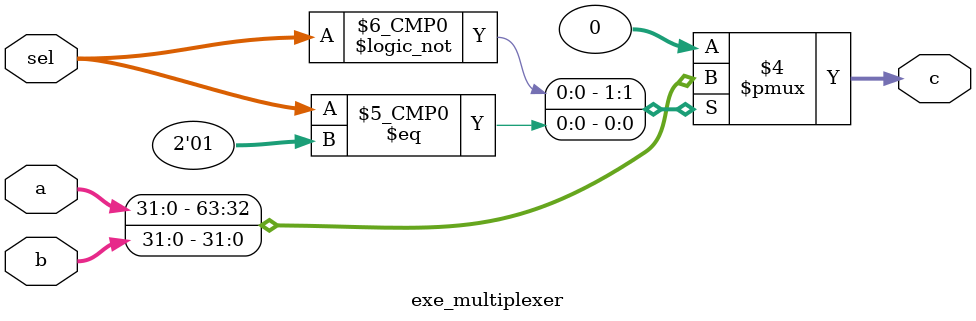
<source format=v>


module exe_multiplexer(
    input [31:0] a,
    input [31:0] b,
    input [1:0] sel,
    output reg [31:0] c 
    );
    always @(*) begin
        case(sel)
        2'b00:c=a;
        2'b01:c=b;
        2'b10:c=32'b0;
        default:c=32'b0;
        endcase
    end
endmodule

</source>
